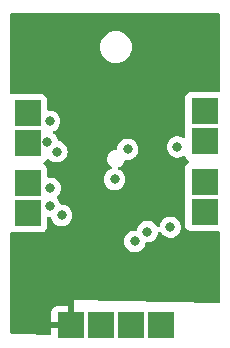
<source format=gbl>
G04 #@! TF.GenerationSoftware,KiCad,Pcbnew,7.0.1-3b83917a11~172~ubuntu22.04.1*
G04 #@! TF.CreationDate,2023-07-24T14:11:42+02:00*
G04 #@! TF.ProjectId,mag_touch2x2,6d61675f-746f-4756-9368-3278322e6b69,rev?*
G04 #@! TF.SameCoordinates,Original*
G04 #@! TF.FileFunction,Copper,L4,Bot*
G04 #@! TF.FilePolarity,Positive*
%FSLAX46Y46*%
G04 Gerber Fmt 4.6, Leading zero omitted, Abs format (unit mm)*
G04 Created by KiCad (PCBNEW 7.0.1-3b83917a11~172~ubuntu22.04.1) date 2023-07-24 14:11:42*
%MOMM*%
%LPD*%
G01*
G04 APERTURE LIST*
G04 #@! TA.AperFunction,ComponentPad*
%ADD10R,2.286000X2.286000*%
G04 #@! TD*
G04 #@! TA.AperFunction,ViaPad*
%ADD11C,0.800000*%
G04 #@! TD*
G04 APERTURE END LIST*
D10*
X32512000Y-44540000D03*
X32512000Y-42000000D03*
X17526000Y-50600000D03*
X17526000Y-48060000D03*
X28810000Y-60100000D03*
X26270000Y-60100000D03*
X23730000Y-60100000D03*
X21190000Y-60100000D03*
X17526000Y-44704000D03*
X17526000Y-42164000D03*
X32512000Y-50470000D03*
X32512000Y-47930000D03*
D11*
X28000000Y-43000000D03*
X28000000Y-49000000D03*
X22000000Y-49000000D03*
X22000000Y-43000000D03*
X19800000Y-54000000D03*
X29600000Y-51800000D03*
X30200000Y-45000500D03*
X19443000Y-48499500D03*
X19386562Y-42829500D03*
X24892000Y-47752000D03*
X26600000Y-53000000D03*
X19200000Y-44600000D03*
X19400000Y-50000000D03*
X20000000Y-45400000D03*
X20400000Y-50800000D03*
X27677511Y-52167561D03*
X26000000Y-45200000D03*
G04 #@! TA.AperFunction,Conductor*
G36*
X33738000Y-33682613D02*
G01*
X33783387Y-33728000D01*
X33800000Y-33790000D01*
X33800000Y-40232500D01*
X33783387Y-40294500D01*
X33738000Y-40339887D01*
X33676000Y-40356500D01*
X31321130Y-40356500D01*
X31261515Y-40362909D01*
X31126669Y-40413204D01*
X31011454Y-40499454D01*
X30925204Y-40614668D01*
X30874909Y-40749516D01*
X30868500Y-40809130D01*
X30868500Y-43190870D01*
X30875582Y-43256745D01*
X30875582Y-43283252D01*
X30868500Y-43349130D01*
X30868500Y-44129751D01*
X30850227Y-44194541D01*
X30800794Y-44240236D01*
X30734770Y-44253369D01*
X30671614Y-44230069D01*
X30652727Y-44216346D01*
X30479802Y-44139355D01*
X30294648Y-44100000D01*
X30294646Y-44100000D01*
X30105354Y-44100000D01*
X30105352Y-44100000D01*
X29920197Y-44139355D01*
X29747269Y-44216348D01*
X29594129Y-44327610D01*
X29467466Y-44468283D01*
X29372820Y-44632215D01*
X29314326Y-44812242D01*
X29294540Y-45000500D01*
X29314326Y-45188757D01*
X29372820Y-45368784D01*
X29467466Y-45532716D01*
X29594129Y-45673389D01*
X29747269Y-45784651D01*
X29920197Y-45861644D01*
X30105352Y-45901000D01*
X30105354Y-45901000D01*
X30294646Y-45901000D01*
X30294648Y-45901000D01*
X30446183Y-45868790D01*
X30479803Y-45861644D01*
X30652730Y-45784651D01*
X30693792Y-45754817D01*
X30745968Y-45732877D01*
X30802461Y-45736410D01*
X30851497Y-45764682D01*
X30882860Y-45811801D01*
X30925204Y-45925331D01*
X31011454Y-46040546D01*
X31126669Y-46126796D01*
X31126670Y-46126796D01*
X31138608Y-46135733D01*
X31175181Y-46179496D01*
X31188297Y-46235000D01*
X31175181Y-46290504D01*
X31138608Y-46334267D01*
X31126670Y-46343203D01*
X31126669Y-46343204D01*
X31093984Y-46367671D01*
X31011454Y-46429453D01*
X30925204Y-46544668D01*
X30874909Y-46679516D01*
X30868500Y-46739130D01*
X30868500Y-49120870D01*
X30875582Y-49186745D01*
X30875582Y-49213252D01*
X30868500Y-49279129D01*
X30868500Y-51660869D01*
X30874909Y-51720484D01*
X30888096Y-51755840D01*
X30925204Y-51855331D01*
X31011454Y-51970546D01*
X31126669Y-52056796D01*
X31261517Y-52107091D01*
X31321127Y-52113500D01*
X33676000Y-52113499D01*
X33738000Y-52130112D01*
X33783387Y-52175499D01*
X33800000Y-52237499D01*
X33800000Y-58073968D01*
X33783050Y-58136549D01*
X33736833Y-58182020D01*
X33673985Y-58197952D01*
X21492000Y-58000000D01*
X21492000Y-58353638D01*
X21482561Y-58401091D01*
X21455681Y-58441319D01*
X21440000Y-58457000D01*
X21440000Y-60226000D01*
X21423387Y-60288000D01*
X21378000Y-60333387D01*
X21316000Y-60350000D01*
X19547000Y-60350000D01*
X19547000Y-60799822D01*
X19529619Y-60863133D01*
X19482350Y-60908696D01*
X19418443Y-60923738D01*
X17090284Y-60838112D01*
X16173442Y-60804392D01*
X16113387Y-60786313D01*
X16069861Y-60741156D01*
X16054000Y-60680477D01*
X16054000Y-59850000D01*
X19547000Y-59850000D01*
X20940000Y-59850000D01*
X20940000Y-58457000D01*
X19999176Y-58457000D01*
X19939624Y-58463402D01*
X19804910Y-58513647D01*
X19689811Y-58599811D01*
X19603647Y-58714910D01*
X19553402Y-58849624D01*
X19547000Y-58909176D01*
X19547000Y-59850000D01*
X16054000Y-59850000D01*
X16054000Y-53000000D01*
X25694540Y-53000000D01*
X25714326Y-53188257D01*
X25772820Y-53368284D01*
X25867466Y-53532216D01*
X25994129Y-53672889D01*
X26147269Y-53784151D01*
X26320197Y-53861144D01*
X26505352Y-53900500D01*
X26505354Y-53900500D01*
X26694646Y-53900500D01*
X26694648Y-53900500D01*
X26818083Y-53874262D01*
X26879803Y-53861144D01*
X27052730Y-53784151D01*
X27205871Y-53672888D01*
X27332533Y-53532216D01*
X27427179Y-53368284D01*
X27485674Y-53188256D01*
X27486637Y-53179098D01*
X27507158Y-53122720D01*
X27551744Y-53082575D01*
X27609958Y-53068061D01*
X27772159Y-53068061D01*
X27895594Y-53041823D01*
X27957314Y-53028705D01*
X28130241Y-52951712D01*
X28283382Y-52840449D01*
X28410044Y-52699777D01*
X28504690Y-52535845D01*
X28563185Y-52355817D01*
X28572254Y-52269523D01*
X28593751Y-52211721D01*
X28640439Y-52171421D01*
X28700766Y-52158598D01*
X28759809Y-52176424D01*
X28802961Y-52220489D01*
X28867466Y-52332216D01*
X28994129Y-52472889D01*
X29147269Y-52584151D01*
X29320197Y-52661144D01*
X29505352Y-52700500D01*
X29505354Y-52700500D01*
X29694646Y-52700500D01*
X29694648Y-52700500D01*
X29818084Y-52674262D01*
X29879803Y-52661144D01*
X30052730Y-52584151D01*
X30205871Y-52472888D01*
X30332533Y-52332216D01*
X30427179Y-52168284D01*
X30485674Y-51988256D01*
X30505460Y-51800000D01*
X30485674Y-51611744D01*
X30447635Y-51494673D01*
X30427179Y-51431715D01*
X30332533Y-51267783D01*
X30205870Y-51127110D01*
X30052730Y-51015848D01*
X29879802Y-50938855D01*
X29694648Y-50899500D01*
X29694646Y-50899500D01*
X29505354Y-50899500D01*
X29505352Y-50899500D01*
X29320197Y-50938855D01*
X29147269Y-51015848D01*
X28994129Y-51127110D01*
X28867466Y-51267783D01*
X28772820Y-51431715D01*
X28714326Y-51611742D01*
X28705257Y-51698033D01*
X28683758Y-51755840D01*
X28637070Y-51796139D01*
X28576743Y-51808962D01*
X28517700Y-51791136D01*
X28474549Y-51747071D01*
X28410044Y-51635344D01*
X28283381Y-51494671D01*
X28130241Y-51383409D01*
X27957313Y-51306416D01*
X27772159Y-51267061D01*
X27772157Y-51267061D01*
X27582865Y-51267061D01*
X27582863Y-51267061D01*
X27397708Y-51306416D01*
X27224780Y-51383409D01*
X27071640Y-51494671D01*
X26944977Y-51635344D01*
X26850331Y-51799276D01*
X26791837Y-51979303D01*
X26791836Y-51979305D01*
X26791837Y-51979305D01*
X26790874Y-51988465D01*
X26770354Y-52044841D01*
X26725768Y-52084986D01*
X26667554Y-52099500D01*
X26505352Y-52099500D01*
X26320197Y-52138855D01*
X26147269Y-52215848D01*
X25994129Y-52327110D01*
X25867466Y-52467783D01*
X25772820Y-52631715D01*
X25714326Y-52811742D01*
X25694540Y-53000000D01*
X16054000Y-53000000D01*
X16054000Y-52333064D01*
X16068124Y-52275589D01*
X16107280Y-52231208D01*
X16162546Y-52210031D01*
X16221333Y-52216882D01*
X16275514Y-52237090D01*
X16275517Y-52237091D01*
X16335127Y-52243500D01*
X18716872Y-52243499D01*
X18776483Y-52237091D01*
X18911331Y-52186796D01*
X19026546Y-52100546D01*
X19112796Y-51985331D01*
X19163091Y-51850483D01*
X19169500Y-51790873D01*
X19169499Y-51024499D01*
X19186112Y-50962500D01*
X19231499Y-50917113D01*
X19293499Y-50900500D01*
X19395721Y-50900500D01*
X19446156Y-50911220D01*
X19487871Y-50941528D01*
X19513652Y-50986182D01*
X19572820Y-51168284D01*
X19667466Y-51332216D01*
X19794129Y-51472889D01*
X19947269Y-51584151D01*
X20120197Y-51661144D01*
X20305352Y-51700500D01*
X20305354Y-51700500D01*
X20494646Y-51700500D01*
X20494648Y-51700500D01*
X20618084Y-51674262D01*
X20679803Y-51661144D01*
X20852730Y-51584151D01*
X20852729Y-51584151D01*
X21005870Y-51472889D01*
X21042943Y-51431716D01*
X21132533Y-51332216D01*
X21227179Y-51168284D01*
X21285674Y-50988256D01*
X21305460Y-50800000D01*
X21285674Y-50611744D01*
X21227179Y-50431716D01*
X21227179Y-50431715D01*
X21132533Y-50267783D01*
X21005870Y-50127110D01*
X20852730Y-50015848D01*
X20679802Y-49938855D01*
X20494648Y-49899500D01*
X20494646Y-49899500D01*
X20404279Y-49899500D01*
X20353844Y-49888780D01*
X20312129Y-49858472D01*
X20286348Y-49813818D01*
X20227179Y-49631715D01*
X20132533Y-49467783D01*
X20030807Y-49354805D01*
X20000840Y-49293362D01*
X20007989Y-49225376D01*
X20041132Y-49182958D01*
X20040150Y-49182074D01*
X20175533Y-49031716D01*
X20270179Y-48867784D01*
X20270178Y-48867784D01*
X20328674Y-48687756D01*
X20348460Y-48499500D01*
X20328674Y-48311244D01*
X20270179Y-48131216D01*
X20270179Y-48131215D01*
X20175533Y-47967283D01*
X20048870Y-47826610D01*
X19946177Y-47752000D01*
X23986540Y-47752000D01*
X24006326Y-47940257D01*
X24064820Y-48120284D01*
X24159466Y-48284216D01*
X24286129Y-48424889D01*
X24439269Y-48536151D01*
X24612197Y-48613144D01*
X24797352Y-48652500D01*
X24797354Y-48652500D01*
X24986646Y-48652500D01*
X24986648Y-48652500D01*
X25110083Y-48626262D01*
X25171803Y-48613144D01*
X25344730Y-48536151D01*
X25497871Y-48424888D01*
X25624533Y-48284216D01*
X25719179Y-48120284D01*
X25777674Y-47940256D01*
X25797460Y-47752000D01*
X25777674Y-47563744D01*
X25719179Y-47383716D01*
X25719179Y-47383715D01*
X25624533Y-47219783D01*
X25497870Y-47079110D01*
X25344730Y-46967848D01*
X25260975Y-46930557D01*
X25214772Y-46894976D01*
X25189943Y-46842210D01*
X25191979Y-46783930D01*
X25220430Y-46733026D01*
X25268997Y-46700758D01*
X25339117Y-46675237D01*
X25485696Y-46578830D01*
X25606092Y-46451218D01*
X25693812Y-46299281D01*
X25729641Y-46179602D01*
X25760921Y-46127318D01*
X25813330Y-46096242D01*
X25874210Y-46093880D01*
X25905354Y-46100500D01*
X26094646Y-46100500D01*
X26094648Y-46100500D01*
X26224551Y-46072888D01*
X26279803Y-46061144D01*
X26452730Y-45984151D01*
X26575611Y-45894873D01*
X26605870Y-45872889D01*
X26732533Y-45732216D01*
X26827179Y-45568284D01*
X26838736Y-45532716D01*
X26885674Y-45388256D01*
X26905460Y-45200000D01*
X26885674Y-45011744D01*
X26827179Y-44831716D01*
X26827179Y-44831715D01*
X26732533Y-44667783D01*
X26605870Y-44527110D01*
X26452730Y-44415848D01*
X26279802Y-44338855D01*
X26094648Y-44299500D01*
X26094646Y-44299500D01*
X25905354Y-44299500D01*
X25905352Y-44299500D01*
X25720197Y-44338855D01*
X25547269Y-44415848D01*
X25394129Y-44527110D01*
X25267466Y-44667783D01*
X25172820Y-44831715D01*
X25114326Y-45011742D01*
X25101008Y-45138462D01*
X25080488Y-45194840D01*
X25035901Y-45234986D01*
X24977687Y-45249500D01*
X24956291Y-45249500D01*
X24874699Y-45259036D01*
X24825742Y-45264759D01*
X24660883Y-45324762D01*
X24514303Y-45421170D01*
X24393908Y-45548780D01*
X24306188Y-45700718D01*
X24297160Y-45730873D01*
X24255870Y-45868790D01*
X24255869Y-45868792D01*
X24255870Y-45868792D01*
X24245668Y-46043934D01*
X24254892Y-46096242D01*
X24276135Y-46216711D01*
X24311752Y-46299281D01*
X24345623Y-46377804D01*
X24450390Y-46518530D01*
X24584783Y-46631300D01*
X24584784Y-46631300D01*
X24584786Y-46631302D01*
X24640228Y-46659145D01*
X24686067Y-46698713D01*
X24707703Y-46755272D01*
X24699975Y-46815332D01*
X24664726Y-46864571D01*
X24623719Y-46884690D01*
X24624104Y-46885554D01*
X24439269Y-46967848D01*
X24286129Y-47079110D01*
X24159466Y-47219783D01*
X24064820Y-47383715D01*
X24006326Y-47563742D01*
X23986540Y-47752000D01*
X19946177Y-47752000D01*
X19895730Y-47715348D01*
X19722802Y-47638355D01*
X19537648Y-47599000D01*
X19537646Y-47599000D01*
X19348354Y-47599000D01*
X19319279Y-47605180D01*
X19264551Y-47604463D01*
X19215463Y-47580255D01*
X19181578Y-47537272D01*
X19169499Y-47483889D01*
X19169499Y-46869130D01*
X19166605Y-46842210D01*
X19163091Y-46809517D01*
X19112796Y-46674669D01*
X19026546Y-46559454D01*
X19026544Y-46559453D01*
X19026544Y-46559452D01*
X18971879Y-46518530D01*
X18922099Y-46481265D01*
X18885527Y-46437505D01*
X18872411Y-46382000D01*
X18885527Y-46326495D01*
X18922099Y-46282734D01*
X19026546Y-46204546D01*
X19112796Y-46089331D01*
X19128060Y-46048403D01*
X19164272Y-45996970D01*
X19221064Y-45969922D01*
X19283821Y-45974223D01*
X19336392Y-46008765D01*
X19394129Y-46072889D01*
X19547269Y-46184151D01*
X19720197Y-46261144D01*
X19905352Y-46300500D01*
X19905354Y-46300500D01*
X20094646Y-46300500D01*
X20094648Y-46300500D01*
X20218083Y-46274262D01*
X20279803Y-46261144D01*
X20452730Y-46184151D01*
X20519372Y-46135733D01*
X20605870Y-46072889D01*
X20626199Y-46050312D01*
X20732533Y-45932216D01*
X20827179Y-45768284D01*
X20885674Y-45588256D01*
X20905460Y-45400000D01*
X20885674Y-45211744D01*
X20827179Y-45031716D01*
X20827179Y-45031715D01*
X20732533Y-44867783D01*
X20605870Y-44727110D01*
X20452730Y-44615848D01*
X20279803Y-44538855D01*
X20183025Y-44518284D01*
X20135919Y-44497311D01*
X20101418Y-44458992D01*
X20090056Y-44424023D01*
X20089701Y-44424139D01*
X20027179Y-44231715D01*
X19932533Y-44067783D01*
X19805872Y-43927112D01*
X19724815Y-43868221D01*
X19684421Y-43818338D01*
X19674380Y-43754941D01*
X19697383Y-43695017D01*
X19747265Y-43654624D01*
X19802538Y-43630015D01*
X19839293Y-43613651D01*
X19992432Y-43502389D01*
X20119095Y-43361716D01*
X20213741Y-43197784D01*
X20215987Y-43190872D01*
X20272236Y-43017756D01*
X20292022Y-42829500D01*
X20272236Y-42641244D01*
X20213741Y-42461216D01*
X20213741Y-42461215D01*
X20119095Y-42297283D01*
X19992432Y-42156610D01*
X19839292Y-42045348D01*
X19666364Y-41968355D01*
X19481210Y-41929000D01*
X19481208Y-41929000D01*
X19293499Y-41929000D01*
X19231499Y-41912387D01*
X19186112Y-41867000D01*
X19169499Y-41805000D01*
X19169499Y-40973130D01*
X19169499Y-40973127D01*
X19163091Y-40913517D01*
X19112796Y-40778669D01*
X19026546Y-40663454D01*
X18911331Y-40577204D01*
X18776483Y-40526909D01*
X18716873Y-40520500D01*
X18716869Y-40520500D01*
X16335130Y-40520500D01*
X16275515Y-40526909D01*
X16221333Y-40547118D01*
X16162546Y-40553969D01*
X16107280Y-40532792D01*
X16068124Y-40488411D01*
X16054000Y-40430936D01*
X16054000Y-36540000D01*
X23644340Y-36540000D01*
X23664936Y-36775407D01*
X23726097Y-37003662D01*
X23726097Y-37003663D01*
X23825965Y-37217829D01*
X23961505Y-37411401D01*
X24128599Y-37578495D01*
X24322171Y-37714035D01*
X24536337Y-37813903D01*
X24764592Y-37875063D01*
X24941032Y-37890500D01*
X24941034Y-37890500D01*
X25058966Y-37890500D01*
X25058968Y-37890500D01*
X25176593Y-37880208D01*
X25235408Y-37875063D01*
X25463663Y-37813903D01*
X25677829Y-37714035D01*
X25871401Y-37578495D01*
X26038495Y-37411401D01*
X26174035Y-37217830D01*
X26273903Y-37003663D01*
X26335063Y-36775408D01*
X26355659Y-36540000D01*
X26335063Y-36304592D01*
X26273903Y-36076337D01*
X26174035Y-35862171D01*
X26038495Y-35668599D01*
X25871401Y-35501505D01*
X25677829Y-35365965D01*
X25463663Y-35266097D01*
X25463662Y-35266096D01*
X25235407Y-35204936D01*
X25058968Y-35189500D01*
X25058966Y-35189500D01*
X24941034Y-35189500D01*
X24941032Y-35189500D01*
X24764592Y-35204936D01*
X24536336Y-35266097D01*
X24322170Y-35365965D01*
X24128598Y-35501505D01*
X23961508Y-35668595D01*
X23825964Y-35862172D01*
X23726097Y-36076337D01*
X23664936Y-36304592D01*
X23644340Y-36540000D01*
X16054000Y-36540000D01*
X16054000Y-33790000D01*
X16070613Y-33728000D01*
X16116000Y-33682613D01*
X16178000Y-33666000D01*
X33676000Y-33666000D01*
X33738000Y-33682613D01*
G37*
G04 #@! TD.AperFunction*
M02*

</source>
